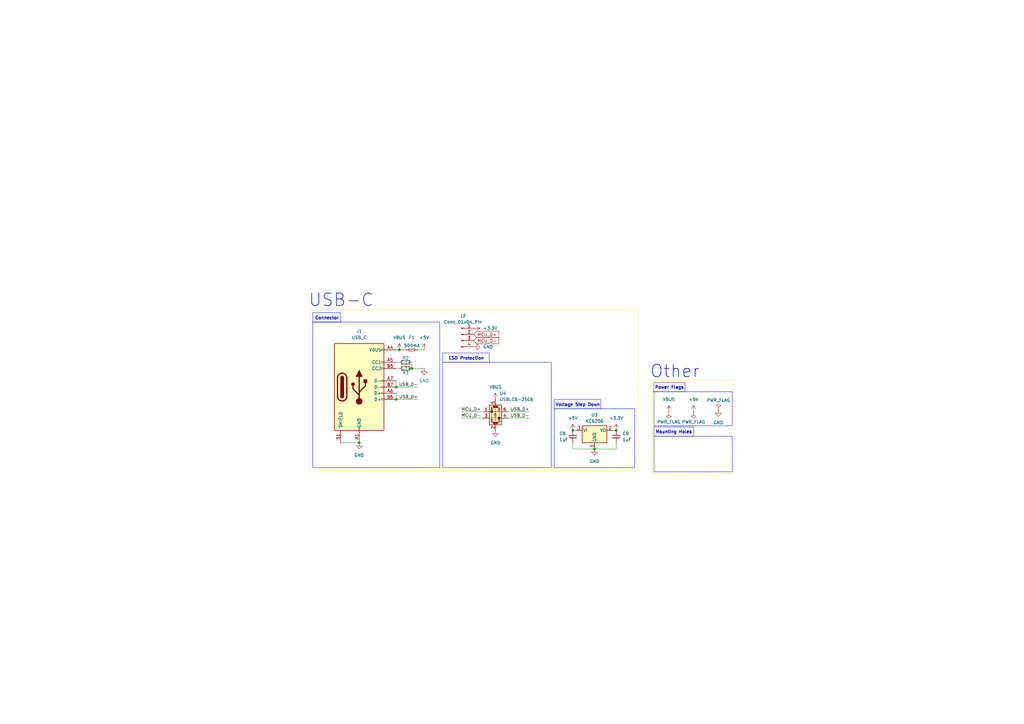
<source format=kicad_sch>
(kicad_sch (version 20231120) (generator "eeschema") (generator_version "8.0")
  (paper "A3")
  (title_block (rev "V1.0.0"))
  (lib_symbols
    (symbol "Connector:Conn_01x04_Pin" (pin_names (offset 1.016) hide)
      (property "Reference" "J" (at 0 5.08 0))
      (property "Value" "Conn_01x04_Pin" (at 0 -7.62 0))
      (symbol "Conn_01x04_Pin_1_1"
        (polyline (pts (xy 1.27 -5.08) (xy 0.8636 -5.08)) (stroke (width 0.1524)))
        (polyline (pts (xy 1.27 -2.54) (xy 0.8636 -2.54)) (stroke (width 0.1524)))
        (polyline (pts (xy 1.27 0) (xy 0.8636 0)) (stroke (width 0.1524)))
        (polyline (pts (xy 1.27 2.54) (xy 0.8636 2.54)) (stroke (width 0.1524)))
        (rectangle (start 0.8636 -4.953) (end 0 -5.207) (stroke (width 0.1524)) (fill (type outline)))
        (rectangle (start 0.8636 -2.413) (end 0 -2.667) (stroke (width 0.1524)) (fill (type outline)))
        (rectangle (start 0.8636 0.127) (end 0 -0.127) (stroke (width 0.1524)) (fill (type outline)))
        (rectangle (start 0.8636 2.667) (end 0 2.413) (stroke (width 0.1524)) (fill (type outline)))
        (pin passive line (at 5.08 2.54 180) (length 3.81) (name "Pin_1") (number "1"))
        (pin passive line (at 5.08 0 180) (length 3.81) (name "Pin_2") (number "2"))
        (pin passive line (at 5.08 -2.54 180) (length 3.81) (name "Pin_3") (number "3"))
        (pin passive line (at 5.08 -5.08 180) (length 3.81) (name "Pin_4") (number "4"))
      )
    )
    (symbol "Connector:USB_C_Receptacle_USB2.0_14P" (pin_names (offset 1.016))
      (property "Reference" "J" (at 0 22.225 0))
      (property "Value" "USB_C_Receptacle_USB2.0_14P" (at 0 19.685 0))
      (symbol "USB_C_Receptacle_USB2.0_14P_0_0"
        (rectangle (start -0.254 -17.78) (end 0.254 -16.764))
        (rectangle (start 10.16 -4.826) (end 9.144 -5.334))
        (rectangle (start 10.16 -2.286) (end 9.144 -2.794))
        (rectangle (start 10.16 0.254) (end 9.144 -0.254))
        (rectangle (start 10.16 2.794) (end 9.144 2.286))
        (rectangle (start 10.16 7.874) (end 9.144 7.366))
        (rectangle (start 10.16 10.414) (end 9.144 9.906))
        (rectangle (start 10.16 15.494) (end 9.144 14.986))
      )
      (symbol "USB_C_Receptacle_USB2.0_14P_0_1"
        (rectangle (start -10.16 17.78) (end 10.16 -17.78) (stroke (width 0.254)) (fill (type background)))
        (arc (start -8.89 -3.81) (mid -6.985 -5.7067) (end -5.08 -3.81) (stroke (width 0.508)))
        (arc (start -7.62 -3.81) (mid -6.985 -4.4423) (end -6.35 -3.81) (stroke (width 0.254)))
        (arc (start -7.62 -3.81) (mid -6.985 -4.4423) (end -6.35 -3.81) (stroke (width 0.254)) (fill (type outline)))
        (rectangle (start -7.62 -3.81) (end -6.35 3.81) (stroke (width 0.254)) (fill (type outline)))
        (arc (start -6.35 3.81) (mid -6.985 4.4423) (end -7.62 3.81) (stroke (width 0.254)))
        (arc (start -6.35 3.81) (mid -6.985 4.4423) (end -7.62 3.81) (stroke (width 0.254)) (fill (type outline)))
        (arc (start -5.08 3.81) (mid -6.985 5.7067) (end -8.89 3.81) (stroke (width 0.508)))
        (circle (center -2.54 1.143) (radius 0.635) (stroke (width 0.254)) (fill (type outline)))
        (circle (center 0 -5.842) (radius 1.27) (fill (type outline)))
        (polyline (pts (xy -8.89 -3.81) (xy -8.89 3.81)) (stroke (width 0.508)))
        (polyline (pts (xy -5.08 3.81) (xy -5.08 -3.81)) (stroke (width 0.508)))
        (polyline (pts (xy 0 -5.842) (xy 0 4.318)) (stroke (width 0.508)))
        (polyline (pts (xy 0 -3.302) (xy -2.54 -0.762) (xy -2.54 0.508)) (stroke (width 0.508)))
        (polyline (pts (xy 0 -2.032) (xy 2.54 0.508) (xy 2.54 1.778)) (stroke (width 0.508)))
        (polyline (pts (xy -1.27 4.318) (xy 0 6.858) (xy 1.27 4.318) (xy -1.27 4.318)) (stroke (width 0.254)) (fill (type outline)))
        (rectangle (start 1.905 1.778) (end 3.175 3.048) (stroke (width 0.254)) (fill (type outline)))
      )
      (symbol "USB_C_Receptacle_USB2.0_14P_1_1"
        (pin passive line (at 0 -22.86 90) (length 5.08) (name "GND") (number "A1"))
        (pin passive line (at 0 -22.86 90) (length 5.08) hide (name "GND") (number "A12"))
        (pin passive line (at 15.24 15.24 180) (length 5.08) (name "VBUS") (number "A4"))
        (pin bidirectional line (at 15.24 10.16 180) (length 5.08) (name "CC1") (number "A5"))
        (pin bidirectional line (at 15.24 -2.54 180) (length 5.08) (name "D+") (number "A6"))
        (pin bidirectional line (at 15.24 2.54 180) (length 5.08) (name "D-") (number "A7"))
        (pin passive line (at 15.24 15.24 180) (length 5.08) hide (name "VBUS") (number "A9"))
        (pin passive line (at 0 -22.86 90) (length 5.08) hide (name "GND") (number "B1"))
        (pin passive line (at 0 -22.86 90) (length 5.08) hide (name "GND") (number "B12"))
        (pin passive line (at 15.24 15.24 180) (length 5.08) hide (name "VBUS") (number "B4"))
        (pin bidirectional line (at 15.24 7.62 180) (length 5.08) (name "CC2") (number "B5"))
        (pin bidirectional line (at 15.24 -5.08 180) (length 5.08) (name "D+") (number "B6"))
        (pin bidirectional line (at 15.24 0 180) (length 5.08) (name "D-") (number "B7"))
        (pin passive line (at 15.24 15.24 180) (length 5.08) hide (name "VBUS") (number "B9"))
        (pin passive line (at -7.62 -22.86 90) (length 5.08) (name "SHIELD") (number "S1"))
      )
    )
    (symbol "Device:C_Small" (pin_numbers hide) (pin_names (offset 0.254) hide)
      (property "Reference" "C" (at 0.254 1.778 0))
      (property "Value" "C_Small" (at 0.254 -2.032 0))
      (symbol "C_Small_0_1"
        (polyline (pts (xy -1.524 -0.508) (xy 1.524 -0.508)) (stroke (width 0.3302)))
        (polyline (pts (xy -1.524 0.508) (xy 1.524 0.508)) (stroke (width 0.3048)))
      )
      (symbol "C_Small_1_1"
        (pin passive line (at 0 2.54 270) (length 2.032) (name "~") (number "1"))
        (pin passive line (at 0 -2.54 90) (length 2.032) (name "~") (number "2"))
      )
    )
    (symbol "Device:Fuse_Small" (pin_numbers hide) (pin_names (offset 0.254) hide)
      (property "Reference" "F" (at 0 -1.524 0))
      (property "Value" "Fuse_Small" (at 0 1.524 0))
      (symbol "Fuse_Small_0_1"
        (rectangle (start -1.27 0.508) (end 1.27 -0.508))
        (polyline (pts (xy -1.27 0) (xy 1.27 0)))
      )
      (symbol "Fuse_Small_1_1"
        (pin passive line (at -2.54 0 0) (length 1.27) (name "~") (number "1"))
        (pin passive line (at 2.54 0 180) (length 1.27) (name "~") (number "2"))
      )
    )
    (symbol "Device:R_Small" (pin_numbers hide) (pin_names (offset 0.254) hide)
      (property "Reference" "R" (at 0.762 0.508 0))
      (property "Value" "R_Small" (at 0.762 -1.016 0))
      (symbol "R_Small_0_1"
        (rectangle (start -0.762 1.778) (end 0.762 -1.778) (stroke (width 0.2032)))
      )
      (symbol "R_Small_1_1"
        (pin passive line (at 0 2.54 270) (length 0.762) (name "~") (number "1"))
        (pin passive line (at 0 -2.54 90) (length 0.762) (name "~") (number "2"))
      )
    )
    (symbol "Power_Protection:USBLC6-2SC6" (pin_names hide)
      (property "Reference" "U" (at 0.635 5.715 0))
      (property "Value" "USBLC6-2SC6" (at 0.635 3.81 0))
      (symbol "USBLC6-2SC6_0_0"
        (circle (center -1.524 0) (radius 0.0001) (stroke (width 0.508)))
        (circle (center -0.508 -4.572) (radius 0.0001) (stroke (width 0.508)))
        (circle (center -0.508 2.032) (radius 0.0001) (stroke (width 0.508)))
        (circle (center 0.508 -4.572) (radius 0.0001) (stroke (width 0.508)))
        (circle (center 0.508 2.032) (radius 0.0001) (stroke (width 0.508)))
        (circle (center 1.524 -2.54) (radius 0.0001) (stroke (width 0.508)))
      )
      (symbol "USBLC6-2SC6_0_1"
        (polyline (pts (xy -2.54 -2.54) (xy 2.54 -2.54)))
        (polyline (pts (xy -2.54 0) (xy 2.54 0)))
        (polyline (pts (xy -2.032 -3.048) (xy -1.016 -3.048)))
        (polyline (pts (xy -1.016 1.524) (xy -2.032 1.524)))
        (polyline (pts (xy 1.016 -3.048) (xy 2.032 -3.048)))
        (polyline (pts (xy 1.016 1.524) (xy 2.032 1.524)))
        (polyline (pts (xy -0.508 -1.143) (xy -0.508 -0.762) (xy 0.508 -0.762)))
        (polyline (pts (xy -2.032 0.508) (xy -1.016 0.508) (xy -1.524 1.524) (xy -2.032 0.508)))
        (polyline (pts (xy -1.016 -4.064) (xy -2.032 -4.064) (xy -1.524 -3.048) (xy -1.016 -4.064)))
        (polyline (pts (xy 0.508 -1.778) (xy -0.508 -1.778) (xy 0 -0.762) (xy 0.508 -1.778)))
        (polyline (pts (xy 2.032 -4.064) (xy 1.016 -4.064) (xy 1.524 -3.048) (xy 2.032 -4.064)))
        (polyline (pts (xy 2.032 0.508) (xy 1.016 0.508) (xy 1.524 1.524) (xy 2.032 0.508)))
        (polyline (pts (xy 0 2.54) (xy -0.508 2.032) (xy 0.508 2.032) (xy 0 1.524) (xy 0 -4.064) (xy -0.508 -4.572) (xy 0.508 -4.572) (xy 0 -5.08)))
      )
      (symbol "USBLC6-2SC6_1_1"
        (rectangle (start -2.54 2.794) (end 2.54 -5.334) (stroke (width 0.254)) (fill (type background)))
        (polyline (pts (xy -0.508 2.032) (xy -1.524 2.032) (xy -1.524 -4.572) (xy -0.508 -4.572)))
        (polyline (pts (xy 0.508 -4.572) (xy 1.524 -4.572) (xy 1.524 2.032) (xy 0.508 2.032)))
        (pin passive line (at -5.08 0 0) (length 2.54) (name "I/O1") (number "1"))
        (pin passive line (at 0 -7.62 90) (length 2.54) (name "GND") (number "2"))
        (pin passive line (at -5.08 -2.54 0) (length 2.54) (name "I/O2") (number "3"))
        (pin passive line (at 5.08 -2.54 180) (length 2.54) (name "I/O2") (number "4"))
        (pin passive line (at 0 5.08 270) (length 2.54) (name "VBUS") (number "5"))
        (pin passive line (at 5.08 0 180) (length 2.54) (name "I/O1") (number "6"))
      )
    )
    (symbol "Regulator_Linear:XC6206PxxxMR" (pin_names (offset 0.254))
      (property "Reference" "U" (at -3.81 3.175 0))
      (property "Value" "XC6206PxxxMR" (at 0 3.175 0))
      (symbol "XC6206PxxxMR_0_1"
        (rectangle (start -5.08 1.905) (end 5.08 -5.08) (stroke (width 0.254)) (fill (type background)))
      )
      (symbol "XC6206PxxxMR_1_1"
        (pin power_in line (at 0 -7.62 90) (length 2.54) (name "GND") (number "1"))
        (pin power_out line (at 7.62 0 180) (length 2.54) (name "VO") (number "2"))
        (pin power_in line (at -7.62 0 0) (length 2.54) (name "VI") (number "3"))
      )
    )
    (symbol "power:+3.3V" (power) (pin_numbers hide) (pin_names (offset 0) hide)
      (property "Value" "+3.3V" (at 0 3.556 0))
      (symbol "+3.3V_0_1"
        (polyline (pts (xy -0.762 1.27) (xy 0 2.54)))
        (polyline (pts (xy 0 0) (xy 0 2.54)))
        (polyline (pts (xy 0 2.54) (xy 0.762 1.27)))
      )
      (symbol "+3.3V_1_1"
        (pin power_in line (at 0 0 90) (length 0) (name "~") (number "1"))
      )
    )
    (symbol "power:+5V" (power) (pin_numbers hide) (pin_names (offset 0) hide)
      (property "Value" "+5V" (at 0 3.556 0))
      (symbol "+5V_0_1"
        (polyline (pts (xy -0.762 1.27) (xy 0 2.54)))
        (polyline (pts (xy 0 0) (xy 0 2.54)))
        (polyline (pts (xy 0 2.54) (xy 0.762 1.27)))
      )
      (symbol "+5V_1_1"
        (pin power_in line (at 0 0 90) (length 0) (name "~") (number "1"))
      )
    )
    (symbol "power:GND" (power) (pin_numbers hide) (pin_names (offset 0) hide)
      (property "Value" "GND" (at 0 -3.81 0))
      (symbol "GND_0_1"
        (polyline (pts (xy 0 0) (xy 0 -1.27) (xy 1.27 -1.27) (xy 0 -2.54) (xy -1.27 -1.27) (xy 0 -1.27)))
      )
      (symbol "GND_1_1"
        (pin power_in line (at 0 0 270) (length 0) (name "~") (number "1"))
      )
    )
    (symbol "power:PWR_FLAG" (power) (pin_numbers hide) (pin_names (offset 0) hide)
      (property "Value" "PWR_FLAG" (at 0 3.81 0))
      (symbol "PWR_FLAG_0_0"
        (pin power_out line (at 0 0 90) (length 0) (name "~") (number "1"))
      )
      (symbol "PWR_FLAG_0_1"
        (polyline (pts (xy 0 0) (xy 0 1.27) (xy -1.016 1.905) (xy 0 2.54) (xy 1.016 1.905) (xy 0 1.27)))
      )
    )
    (symbol "power:VBUS" (power) (pin_numbers hide) (pin_names (offset 0) hide)
      (property "Value" "VBUS" (at 0 3.556 0))
      (symbol "VBUS_0_1"
        (polyline (pts (xy -0.762 1.27) (xy 0 2.54)))
        (polyline (pts (xy 0 0) (xy 0 2.54)))
        (polyline (pts (xy 0 2.54) (xy 0.762 1.27)))
      )
      (symbol "VBUS_1_1"
        (pin power_in line (at 0 0 90) (length 0) (name "~") (number "1"))
      )
    )
  )
  (junction (at 163.83 143.51))
  (junction (at 234.95 176.53))
  (junction (at 147.32 181.61))
  (junction (at 162.56 158.75))
  (junction (at 162.56 163.83))
  (junction (at 168.91 151.13))
  (junction (at 243.84 184.15))
  (junction (at 252.73 176.53))
  (wire (pts (xy 162.56 161.29) (xy 162.56 163.83)))
  (wire (pts (xy 162.56 143.51) (xy 163.83 143.51)))
  (wire (pts (xy 251.46 176.53) (xy 252.73 176.53)))
  (wire (pts (xy 139.7 181.61) (xy 147.32 181.61)))
  (wire (pts (xy 168.91 148.59) (xy 168.91 151.13)))
  (wire (pts (xy 162.56 156.21) (xy 162.56 158.75)))
  (wire (pts (xy 171.45 143.51) (xy 173.99 143.51)))
  (wire (pts (xy 243.84 184.15) (xy 252.73 184.15)))
  (wire (pts (xy 162.56 148.59) (xy 163.83 148.59)))
  (wire (pts (xy 252.73 181.61) (xy 252.73 184.15)))
  (wire (pts (xy 234.95 176.53) (xy 236.22 176.53)))
  (wire (pts (xy 189.23 168.91) (xy 198.12 168.91)))
  (wire (pts (xy 163.83 143.51) (xy 166.37 143.51)))
  (wire (pts (xy 217.17 171.45) (xy 208.28 171.45)))
  (wire (pts (xy 189.23 171.45) (xy 198.12 171.45)))
  (wire (pts (xy 217.17 168.91) (xy 208.28 168.91)))
  (wire (pts (xy 234.95 184.15) (xy 243.84 184.15)))
  (wire (pts (xy 171.45 158.75) (xy 162.56 158.75)))
  (wire (pts (xy 171.45 163.83) (xy 162.56 163.83)))
  (wire (pts (xy 234.95 181.61) (xy 234.95 184.15)))
  (wire (pts (xy 162.56 151.13) (xy 163.83 151.13)))
  (wire (pts (xy 168.91 151.13) (xy 173.99 151.13)))
  (rectangle (start 181.61 148.59) (end 226.06 191.77))
  (rectangle (start 128.27 128.27) (end 139.7 132.08))
  (rectangle (start 268.224 175.133) (end 284.48 178.943))
  (rectangle (start 227.33 167.64) (end 260.35 191.77))
  (rectangle (start 268.224 156.845) (end 280.924 160.655))
  (rectangle (start 127 127) (end 261.62 193.04) (stroke (width 0) (type dash) (color 255 229 36 1)))
  (rectangle (start 268.224 178.943) (end 300.355 193.548))
  (rectangle (start 267.462 155.956) (end 300.99 194.31) (stroke (width 0) (type dash) (color 255 229 36 1)))
  (rectangle (start 227.33 163.83) (end 246.38 167.64))
  (rectangle (start 181.61 144.78) (end 200.66 148.59))
  (rectangle (start 128.27 132.08) (end 180.34 191.77))
  (rectangle (start 268.224 160.655) (end 300.355 174.625))
  (text "USB-C\n" (at 139.954 123.19 0) (effects (font (size 5.08 5.08) (thickness 0.254) (bold yes))))
  (text "Mounting Holes" (at 276.352 177.292 0) (effects (font (size 1.27 1.27) (thickness 0.254) (bold yes))))
  (text "ESD Protection" (at 191.262 147.066 0) (effects (font (size 1.27 1.27) (thickness 0.254) (bold yes))))
  (text "Power Flags" (at 274.574 159.004 0) (effects (font (size 1.27 1.27) (thickness 0.254) (bold yes))))
  (text "Voltage Step Down" (at 236.982 166.116 0) (effects (font (size 1.27 1.27) (thickness 0.254) (bold yes))))
  (text "Other" (at 276.86 152.4 0) (effects (font (size 5.08 5.08) (thickness 0.254) (bold yes))))
  (text "Connector\n" (at 134.112 130.556 0) (effects (font (size 1.27 1.27) (thickness 0.254) (bold yes))))
  (label "USB_D+" (at 171.45 163.83 180))
  (label "USB_D-" (at 171.45 158.75 180))
  (label "MCU_D-" (at 189.23 171.45 0))
  (label "USB_D-" (at 217.17 171.45 180))
  (label "MCU_D+" (at 189.23 168.91 0))
  (label "USB_D+" (at 217.17 168.91 180))
  (global_label "MCU_D-" (shape input) (at 194.31 139.7 0) (property "Intersheetrefs" "${INTERSHEET_REFS}" (effects (hide yes))))
  (global_label "MCU_D+" (shape input) (at 194.31 137.16 0) (property "Intersheetrefs" "${INTERSHEET_REFS}" (effects (hide yes))))
  (symbol (lib_id "power:+3.3V") (at 194.31 134.62 270) (unit 1)
    (property "Reference" "#PWR01" (effects (hide yes)))
    (property "Value" "+3.3V" (at 198.12 134.6199 90) (effects (justify left)))
    (property "Description" "Power symbol creates a global label with name \"+3.3V\"" (effects (hide yes)))
  )
  (symbol (lib_id "Regulator_Linear:XC6206PxxxMR") (at 243.84 176.53 0) (unit 1)
    (property "Reference" "U3" (at 243.84 170.18 0))
    (property "Value" "XC6206" (at 243.84 172.72 0))
    (property "Footprint" "ScottoKeebs_Components:Voltage_SOT-23" (effects (hide yes)))
    (property "Datasheet" "https://www.torexsemi.com/file/xc6206/XC6206.pdf" (effects (hide yes)))
    (property "Description" "Positive 60-250mA Low Dropout Regulator, Fixed Output, SOT-23" (effects (hide yes)))
    (property "LCSC" "C5446" (effects (hide yes)))
    (property "JlcRotOffset" "180" (effects (hide yes)))
  )
  (symbol (lib_id "power:+5V") (at 173.99 143.51 0) (unit 1)
    (property "Reference" "#PWR010" (effects (hide yes)))
    (property "Value" "+5V" (at 173.99 138.43 0))
    (property "Description" "Power symbol creates a global label with name \"+5V\"" (effects (hide yes)))
  )
  (symbol (lib_id "power:+5V") (at 234.95 176.53 0) (unit 1)
    (property "Reference" "#PWR016" (effects (hide yes)))
    (property "Value" "+5V" (at 234.95 171.45 0))
    (property "Description" "Power symbol creates a global label with name \"+5V\"" (effects (hide yes)))
  )
  (symbol (lib_id "Power_Protection:USBLC6-2SC6") (at 203.2 168.91 0) (unit 1)
    (property "Reference" "U4" (at 204.8511 161.29 0) (effects (justify left)))
    (property "Value" "USBLC6-2SC6" (at 204.8511 163.83 0) (effects (justify left)))
    (property "Footprint" "ScottoKeebs_Components:ESD_SOT-23-6" (effects (hide yes)))
    (property "Datasheet" "https://www.st.com/resource/en/datasheet/usblc6-2.pdf" (effects (hide yes)))
    (property "Description" "Very low capacitance ESD protection diode, 2 data-line, SOT-23-6" (effects (hide yes)))
    (property "LCSC" "C2827654" (effects (hide yes)))
    (property "JlcRotOffset" "-90" (effects (hide yes)))
  )
  (symbol (lib_id "power:+5V") (at 284.48 168.91 0) (unit 1)
    (property "Reference" "#PWR019" (effects (hide yes)))
    (property "Value" "+5V" (at 284.48 163.83 0))
    (property "Description" "Power symbol creates a global label with name \"+5V\"" (effects (hide yes)))
  )
  (symbol (lib_id "Device:C_Small") (at 234.95 179.07 0) (unit 1)
    (property "Reference" "C8" (at 229.362 177.8 0) (effects (justify left)))
    (property "Value" "1uF" (at 229.362 180.34 0) (effects (justify left)))
    (property "Footprint" "ScottoKeebs_Components:Capacitor_0402" (effects (hide yes)))
    (property "Description" "Unpolarized capacitor, small symbol" (effects (hide yes)))
    (property "LCSC" "C52923" (effects (hide yes)))
  )
  (symbol (lib_id "power:GND") (at 147.32 181.61 0) (unit 1)
    (property "Reference" "#PWR08" (effects (hide yes)))
    (property "Value" "GND" (at 147.32 186.69 0))
    (property "Description" "Power symbol creates a global label with name \"GND\" , ground" (effects (hide yes)))
  )
  (symbol (lib_id "power:PWR_FLAG") (at 294.64 168.275 0) (unit 1)
    (property "Reference" "#FLG01" (effects (hide yes)))
    (property "Value" "PWR_FLAG" (at 294.64 164.1419 0))
    (property "Description" "Special symbol for telling ERC where power comes from" (effects (hide yes)))
  )
  (symbol (lib_id "power:GND") (at 243.84 184.15 0) (unit 1)
    (property "Reference" "#PWR015" (effects (hide yes)))
    (property "Value" "GND" (at 243.84 189.23 0))
    (property "Description" "Power symbol creates a global label with name \"GND\" , ground" (effects (hide yes)))
  )
  (symbol (lib_id "power:GND") (at 194.31 142.24 90) (unit 1)
    (property "Reference" "#PWR02" (effects (hide yes)))
    (property "Value" "GND" (at 198.12 142.2399 90) (effects (justify right)))
    (property "Description" "Power symbol creates a global label with name \"GND\" , ground" (effects (hide yes)))
  )
  (symbol (lib_id "power:VBUS") (at 274.32 168.91 0) (unit 1)
    (property "Reference" "#PWR018" (effects (hide yes)))
    (property "Value" "VBUS" (at 274.32 163.83 0))
    (property "Description" "Power symbol creates a global label with name \"VBUS\"" (effects (hide yes)))
  )
  (symbol (lib_id "power:GND") (at 294.64 168.275 0) (unit 1)
    (property "Reference" "#PWR017" (effects (hide yes)))
    (property "Value" "GND" (at 294.64 173.355 0))
    (property "Description" "Power symbol creates a global label with name \"GND\" , ground" (effects (hide yes)))
  )
  (symbol (lib_id "Device:R_Small") (at 166.37 151.13 90) (unit 1)
    (property "Reference" "R3" (at 166.37 152.908 90))
    (property "Value" "5.1k" (at 166.37 151.13 90))
    (property "Footprint" "ScottoKeebs_Components:Resistor_0402" (effects (hide yes)))
    (property "Description" "Resistor, small symbol" (effects (hide yes)))
    (property "LCSC" "C25905" (effects (hide yes)))
  )
  (symbol (lib_id "Connector:Conn_01x04_Pin") (at 189.23 137.16 0) (unit 1)
    (property "Reference" "J2" (at 189.865 129.54 0))
    (property "Value" "Conn_01x04_Pin" (at 189.865 132.08 0))
    (property "Footprint" "Connector_JST:JST_EH_B4B-EH-A_1x04_P2.50mm_Vertical" (effects (hide yes)))
    (property "Description" "Generic connector, single row, 01x04, script generated" (effects (hide yes)))
  )
  (symbol (lib_id "power:+3.3V") (at 252.73 176.53 0) (unit 1)
    (property "Reference" "#PWR014" (effects (hide yes)))
    (property "Value" "+3.3V" (at 252.73 171.45 0))
    (property "Description" "Power symbol creates a global label with name \"+3.3V\"" (effects (hide yes)))
  )
  (symbol (lib_id "power:PWR_FLAG") (at 274.32 168.91 180) (unit 1)
    (property "Reference" "#FLG02" (effects (hide yes)))
    (property "Value" "PWR_FLAG" (at 274.32 173.0431 0))
    (property "Description" "Special symbol for telling ERC where power comes from" (effects (hide yes)))
  )
  (symbol (lib_id "power:GND") (at 203.2 176.53 0) (unit 1)
    (property "Reference" "#PWR013" (effects (hide yes)))
    (property "Value" "GND" (at 203.2 181.61 0))
    (property "Description" "Power symbol creates a global label with name \"GND\" , ground" (effects (hide yes)))
  )
  (symbol (lib_id "Device:R_Small") (at 166.37 148.59 90) (unit 1)
    (property "Reference" "R2" (at 166.37 146.812 90))
    (property "Value" "5.1k" (at 166.37 148.59 90))
    (property "Footprint" "ScottoKeebs_Components:Resistor_0402" (effects (hide yes)))
    (property "Description" "Resistor, small symbol" (effects (hide yes)))
    (property "LCSC" "C25905" (effects (hide yes)))
  )
  (symbol (lib_id "Device:Fuse_Small") (at 168.91 143.51 0) (unit 1)
    (property "Reference" "F1" (at 168.91 138.43 0))
    (property "Value" "500mA" (at 168.91 141.732 0))
    (property "Footprint" "ScottoKeebs_Components:Fuse_0603" (effects (hide yes)))
    (property "Description" "Fuse, small symbol" (effects (hide yes)))
    (property "LCSC" "C210357" (effects (hide yes)))
  )
  (symbol (lib_id "power:VBUS") (at 203.2 163.83 0) (unit 1)
    (property "Reference" "#PWR012" (effects (hide yes)))
    (property "Value" "VBUS" (at 203.2 158.75 0))
    (property "Description" "Power symbol creates a global label with name \"VBUS\"" (effects (hide yes)))
  )
  (symbol (lib_id "power:VBUS") (at 163.83 143.51 0) (unit 1)
    (property "Reference" "#PWR09" (effects (hide yes)))
    (property "Value" "VBUS" (at 163.83 138.43 0))
    (property "Description" "Power symbol creates a global label with name \"VBUS\"" (effects (hide yes)))
  )
  (symbol (lib_id "Connector:USB_C_Receptacle_USB2.0_14P") (at 147.32 158.75 0) (unit 1)
    (property "Reference" "J1" (at 147.32 135.89 0))
    (property "Value" "USB_C" (at 147.32 138.43 0))
    (property "Footprint" "ScottoKeebs_Components:USB_C_HRO_TYPE-C-31-M-12" (effects (hide yes)))
    (property "Datasheet" "https://www.usb.org/sites/default/files/documents/usb_type-c.zip" (effects (hide yes)))
    (property "Description" "USB 2.0-only 14P Type-C Receptacle connector" (effects (hide yes)))
    (property "LCSC" "C165948" (effects (hide yes)))
  )
  (symbol (lib_id "Device:C_Small") (at 252.73 179.07 0) (unit 1)
    (property "Reference" "C9" (at 255.27 177.8062 0) (effects (justify left)))
    (property "Value" "1uF" (at 255.27 180.3462 0) (effects (justify left)))
    (property "Footprint" "ScottoKeebs_Components:Capacitor_0402" (effects (hide yes)))
    (property "Description" "Unpolarized capacitor, small symbol" (effects (hide yes)))
    (property "LCSC" "C52923" (effects (hide yes)))
  )
  (symbol (lib_id "power:GND") (at 173.99 151.13 0) (unit 1)
    (property "Reference" "#PWR011" (effects (hide yes)))
    (property "Value" "GND" (at 173.99 156.21 0))
    (property "Description" "Power symbol creates a global label with name \"GND\" , ground" (effects (hide yes)))
  )
  (symbol (lib_id "power:PWR_FLAG") (at 284.48 168.91 180) (unit 1)
    (property "Reference" "#FLG03" (effects (hide yes)))
    (property "Value" "PWR_FLAG" (at 284.48 173.0431 0))
    (property "Description" "Special symbol for telling ERC where power comes from" (effects (hide yes)))
  )
)
</source>
